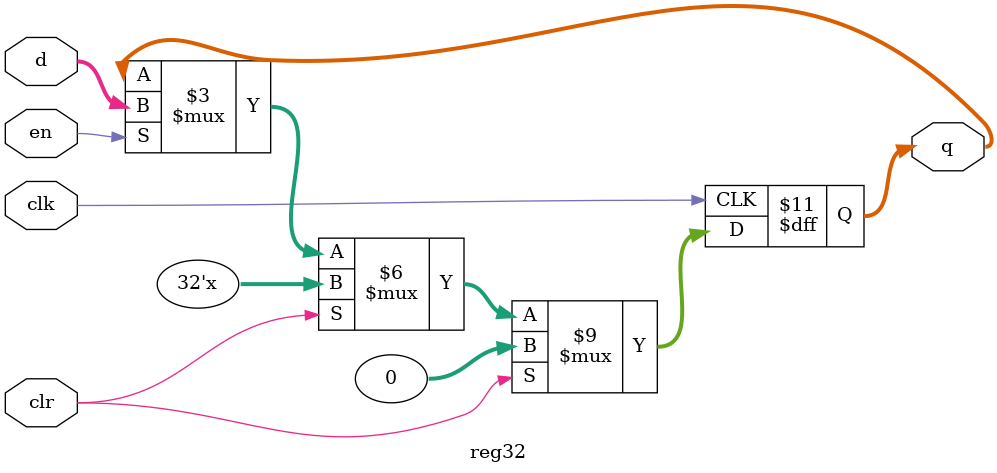
<source format=v>
module reg32(
	input clk,
	input clr,	// using active high
	input en,
	input [31:0] d,
	output reg [31:0] q
);

	always@(posedge clk)
	begin
		if(clr)
			q = 32'b0;
		else if(en)
			q = d;
	end
endmodule
				
</source>
